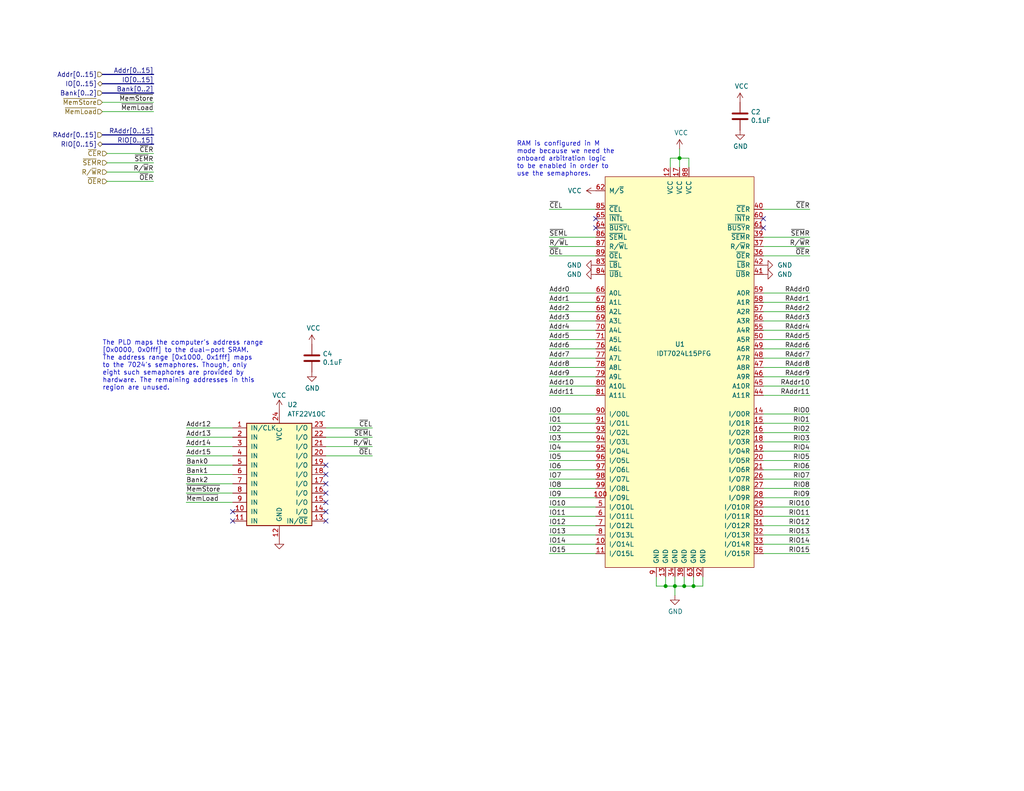
<source format=kicad_sch>
(kicad_sch (version 20230121) (generator eeschema)
  (paper "USLetter")
  (title_block (title "Shared Memory") (date "2023-11-27") (comment 4 "RAM shared between the processor and the Arduino."))
  (lib_symbols
    (symbol "Device:C" (pin_numbers hide) (pin_names (offset 0.254))
      (property "Reference" "C" (at 0.635 2.54 0))
      (property "Value" "C" (at 0.635 -2.54 0))
      (symbol "C_0_1"
        (polyline (pts (xy -2.032 -0.762) (xy 2.032 -0.762)) (stroke (width 0.508)))
        (polyline (pts (xy -2.032 0.762) (xy 2.032 0.762)) (stroke (width 0.508)))
      )
      (symbol "C_1_1"
        (pin passive line (at 0 3.81 270) (length 2.794) (name "~") (number "1"))
        (pin passive line (at 0 -3.81 90) (length 2.794) (name "~") (number "2"))
      )
    )
    (symbol "Turtle16:ATF22V10C" (pin_names (offset 1.016))
      (symbol "ATF22V10C_1_1"
        (rectangle (start -8.89 -15.24) (end 8.89 12.7) (stroke (width 0.254)) (fill (type background)))
        (pin input line (at -12.7 11.43 0) (length 3.81) (name "IN/CLK") (number "1"))
        (pin input line (at -12.7 -11.43 0) (length 3.81) (name "IN") (number "10"))
        (pin input line (at -12.7 -13.97 0) (length 3.81) (name "IN") (number "11"))
        (pin power_in line (at 0 -19.05 90) (length 3.81) (name "GND") (number "12"))
        (pin input line (at 12.7 -13.97 180) (length 3.81) (name "IN/~{OE}") (number "13"))
        (pin passive line (at 12.7 -11.43 180) (length 3.81) (name "I/O") (number "14"))
        (pin passive line (at 12.7 -8.89 180) (length 3.81) (name "I/O") (number "15"))
        (pin passive line (at 12.7 -6.35 180) (length 3.81) (name "I/O") (number "16"))
        (pin passive line (at 12.7 -3.81 180) (length 3.81) (name "I/O") (number "17"))
        (pin passive line (at 12.7 -1.27 180) (length 3.81) (name "I/O") (number "18"))
        (pin passive line (at 12.7 1.27 180) (length 3.81) (name "I/O") (number "19"))
        (pin input line (at -12.7 8.89 0) (length 3.81) (name "IN") (number "2"))
        (pin passive line (at 12.7 3.81 180) (length 3.81) (name "I/O") (number "20"))
        (pin passive line (at 12.7 6.35 180) (length 3.81) (name "I/O") (number "21"))
        (pin passive line (at 12.7 8.89 180) (length 3.81) (name "I/O") (number "22"))
        (pin passive line (at 12.7 11.43 180) (length 3.81) (name "I/O") (number "23"))
        (pin power_in line (at 0 16.51 270) (length 3.81) (name "VCC") (number "24"))
        (pin input line (at -12.7 6.35 0) (length 3.81) (name "IN") (number "3"))
        (pin input line (at -12.7 3.81 0) (length 3.81) (name "IN") (number "4"))
        (pin input line (at -12.7 1.27 0) (length 3.81) (name "IN") (number "5"))
        (pin input line (at -12.7 -1.27 0) (length 3.81) (name "IN") (number "6"))
        (pin input line (at -12.7 -3.81 0) (length 3.81) (name "IN") (number "7"))
        (pin input line (at -12.7 -6.35 0) (length 3.81) (name "IN") (number "8"))
        (pin input line (at -12.7 -8.89 0) (length 3.81) (name "IN") (number "9"))
      )
    )
    (symbol "Turtle16:IDT7024L15PFG" (pin_names (offset 1.016))
      (symbol "IDT7024L15PFG_0_0"
        (pin power_in line (at 1.27 -60.96 90) (length 2.54) (name "GND") (number "38"))
        (pin input line (at 22.86 31.75 180) (length 2.54) (name "~{SEM}R") (number "39"))
        (pin input line (at 22.86 39.37 180) (length 2.54) (name "~{CE}R") (number "40"))
      )
      (symbol "IDT7024L15PFG_0_1"
        (rectangle (start -20.32 48.26) (end 20.32 -58.42) (fill (type background)))
      )
      (symbol "IDT7024L15PFG_1_1"
        (pin no_connect line (at -2.54 -49.53 180) (length 2.54) hide (name "~") (number "1"))
        (pin tri_state line (at -22.86 -52.07 0) (length 2.54) (name "I/O14L") (number "10"))
        (pin tri_state line (at -22.86 -39.37 0) (length 2.54) (name "I/O9L") (number "100"))
        (pin tri_state line (at -22.86 -54.61 0) (length 2.54) (name "I/O15L") (number "11"))
        (pin power_in line (at -2.54 50.8 270) (length 2.54) (name "VCC") (number "12"))
        (pin power_in line (at -3.81 -60.96 90) (length 2.54) (name "GND") (number "13"))
        (pin tri_state line (at 22.86 -16.51 180) (length 2.54) (name "I/O0R") (number "14"))
        (pin tri_state line (at 22.86 -19.05 180) (length 2.54) (name "I/O1R") (number "15"))
        (pin tri_state line (at 22.86 -21.59 180) (length 2.54) (name "I/O2R") (number "16"))
        (pin power_in line (at 0 50.8 270) (length 2.54) (name "VCC") (number "17"))
        (pin tri_state line (at 22.86 -24.13 180) (length 2.54) (name "I/O3R") (number "18"))
        (pin tri_state line (at 22.86 -26.67 180) (length 2.54) (name "I/O4R") (number "19"))
        (pin no_connect line (at -2.54 -46.99 180) (length 2.54) hide (name "~") (number "2"))
        (pin tri_state line (at 22.86 -29.21 180) (length 2.54) (name "I/O5R") (number "20"))
        (pin tri_state line (at 22.86 -31.75 180) (length 2.54) (name "I/O6R") (number "21"))
        (pin no_connect line (at -2.54 -39.37 180) (length 2.54) hide (name "~") (number "22"))
        (pin no_connect line (at -2.54 -36.83 180) (length 2.54) hide (name "~") (number "23"))
        (pin no_connect line (at -2.54 -34.29 180) (length 2.54) hide (name "~") (number "24"))
        (pin no_connect line (at -2.54 -31.75 180) (length 2.54) hide (name "~") (number "25"))
        (pin tri_state line (at 22.86 -34.29 180) (length 2.54) (name "I/O7R") (number "26"))
        (pin tri_state line (at 22.86 -36.83 180) (length 2.54) (name "I/O8R") (number "27"))
        (pin tri_state line (at 22.86 -39.37 180) (length 2.54) (name "I/O9R") (number "28"))
        (pin tri_state line (at 22.86 -41.91 180) (length 2.54) (name "I/O10R") (number "29"))
        (pin no_connect line (at -2.54 -44.45 180) (length 2.54) hide (name "~") (number "3"))
        (pin tri_state line (at 22.86 -44.45 180) (length 2.54) (name "I/O11R") (number "30"))
        (pin tri_state line (at 22.86 -46.99 180) (length 2.54) (name "I/O12R") (number "31"))
        (pin tri_state line (at 22.86 -49.53 180) (length 2.54) (name "I/O13R") (number "32"))
        (pin tri_state line (at 22.86 -52.07 180) (length 2.54) (name "I/O14R") (number "33"))
        (pin power_in line (at -1.27 -60.96 90) (length 2.54) (name "GND") (number "34"))
        (pin tri_state line (at 22.86 -54.61 180) (length 2.54) (name "I/O15R") (number "35"))
        (pin input line (at 22.86 26.67 180) (length 2.54) (name "~{OE}R") (number "36"))
        (pin input line (at 22.86 29.21 180) (length 2.54) (name "R/~{W}R") (number "37"))
        (pin no_connect line (at -2.54 -41.91 180) (length 2.54) hide (name "~") (number "4"))
        (pin input line (at 22.86 21.59 180) (length 2.54) (name "~{UB}R") (number "41"))
        (pin input line (at 22.86 24.13 180) (length 2.54) (name "~{LB}R") (number "42"))
        (pin no_connect line (at -2.54 -29.21 180) (length 2.54) hide (name "~") (number "43"))
        (pin input line (at 22.86 -11.43 180) (length 2.54) (name "A11R") (number "44"))
        (pin input line (at 22.86 -8.89 180) (length 2.54) (name "A10R") (number "45"))
        (pin input line (at 22.86 -6.35 180) (length 2.54) (name "A9R") (number "46"))
        (pin input line (at 22.86 -3.81 180) (length 2.54) (name "A8R") (number "47"))
        (pin input line (at 22.86 -1.27 180) (length 2.54) (name "A7R") (number "48"))
        (pin input line (at 22.86 1.27 180) (length 2.54) (name "A6R") (number "49"))
        (pin tri_state line (at -22.86 -41.91 0) (length 2.54) (name "I/O10L") (number "5"))
        (pin input line (at 22.86 3.81 180) (length 2.54) (name "A5R") (number "50"))
        (pin no_connect line (at -2.54 -26.67 180) (length 2.54) hide (name "~") (number "51"))
        (pin no_connect line (at -2.54 -24.13 180) (length 2.54) hide (name "~") (number "52"))
        (pin no_connect line (at -2.54 -21.59 180) (length 2.54) hide (name "~") (number "53"))
        (pin no_connect line (at -2.54 -19.05 180) (length 2.54) hide (name "~") (number "54"))
        (pin input line (at 22.86 6.35 180) (length 2.54) (name "A4R") (number "55"))
        (pin input line (at 22.86 8.89 180) (length 2.54) (name "A3R") (number "56"))
        (pin input line (at 22.86 11.43 180) (length 2.54) (name "A2R") (number "57"))
        (pin input line (at 22.86 13.97 180) (length 2.54) (name "A1R") (number "58"))
        (pin input line (at 22.86 16.51 180) (length 2.54) (name "A0R") (number "59"))
        (pin tri_state line (at -22.86 -44.45 0) (length 2.54) (name "I/O11L") (number "6"))
        (pin output line (at 22.86 36.83 180) (length 2.54) (name "~{INT}R") (number "60"))
        (pin input line (at 22.86 34.29 180) (length 2.54) (name "~{BUSY}R") (number "61"))
        (pin input line (at -22.86 44.45 0) (length 2.54) (name "M/~{S}") (number "62"))
        (pin power_in line (at 3.81 -60.96 90) (length 2.54) (name "GND") (number "63"))
        (pin input line (at -22.86 34.29 0) (length 2.54) (name "~{BUSY}L") (number "64"))
        (pin output line (at -22.86 36.83 0) (length 2.54) (name "~{INT}L") (number "65"))
        (pin input line (at -22.86 16.51 0) (length 2.54) (name "A0L") (number "66"))
        (pin input line (at -22.86 13.97 0) (length 2.54) (name "A1L") (number "67"))
        (pin input line (at -22.86 11.43 0) (length 2.54) (name "A2L") (number "68"))
        (pin input line (at -22.86 8.89 0) (length 2.54) (name "A3L") (number "69"))
        (pin tri_state line (at -22.86 -46.99 0) (length 2.54) (name "I/O12L") (number "7"))
        (pin input line (at -22.86 6.35 0) (length 2.54) (name "A4L") (number "70"))
        (pin input line (at -22.86 3.81 0) (length 2.54) (name "A5L") (number "71"))
        (pin no_connect line (at -2.54 -16.51 180) (length 2.54) hide (name "~") (number "72"))
        (pin no_connect line (at -2.54 -13.97 180) (length 2.54) hide (name "~") (number "73"))
        (pin no_connect line (at -2.54 -11.43 180) (length 2.54) hide (name "~") (number "74"))
        (pin no_connect line (at -2.54 -8.89 180) (length 2.54) hide (name "~") (number "75"))
        (pin input line (at -22.86 1.27 0) (length 2.54) (name "A6L") (number "76"))
        (pin input line (at -22.86 -1.27 0) (length 2.54) (name "A7L") (number "77"))
        (pin input line (at -22.86 -3.81 0) (length 2.54) (name "A8L") (number "78"))
        (pin input line (at -22.86 -6.35 0) (length 2.54) (name "A9L") (number "79"))
        (pin tri_state line (at -22.86 -49.53 0) (length 2.54) (name "I/O13L") (number "8"))
        (pin input line (at -22.86 -8.89 0) (length 2.54) (name "A10L") (number "80"))
        (pin input line (at -22.86 -11.43 0) (length 2.54) (name "A11L") (number "81"))
        (pin no_connect line (at -2.54 -6.35 180) (length 2.54) hide (name "~") (number "82"))
        (pin input line (at -22.86 24.13 0) (length 2.54) (name "~{LB}L") (number "83"))
        (pin input line (at -22.86 21.59 0) (length 2.54) (name "~{UB}L") (number "84"))
        (pin input line (at -22.86 39.37 0) (length 2.54) (name "~{CE}L") (number "85"))
        (pin input line (at -22.86 31.75 0) (length 2.54) (name "~{SEM}L") (number "86"))
        (pin input line (at -22.86 29.21 0) (length 2.54) (name "R/~{W}L") (number "87"))
        (pin power_in line (at 2.54 50.8 270) (length 2.54) (name "VCC") (number "88"))
        (pin input line (at -22.86 26.67 0) (length 2.54) (name "~{OE}L") (number "89"))
        (pin power_in line (at -6.35 -60.96 90) (length 2.54) (name "GND") (number "9"))
        (pin tri_state line (at -22.86 -16.51 0) (length 2.54) (name "I/O0L") (number "90"))
        (pin tri_state line (at -22.86 -19.05 0) (length 2.54) (name "I/O1L") (number "91"))
        (pin power_in line (at 6.35 -60.96 90) (length 2.54) (name "GND") (number "92"))
        (pin tri_state line (at -22.86 -21.59 0) (length 2.54) (name "I/O2L") (number "93"))
        (pin tri_state line (at -22.86 -24.13 0) (length 2.54) (name "I/O3L") (number "94"))
        (pin tri_state line (at -22.86 -26.67 0) (length 2.54) (name "I/O4L") (number "95"))
        (pin tri_state line (at -22.86 -29.21 0) (length 2.54) (name "I/O5L") (number "96"))
        (pin tri_state line (at -22.86 -31.75 0) (length 2.54) (name "I/O6L") (number "97"))
        (pin tri_state line (at -22.86 -34.29 0) (length 2.54) (name "I/O7L") (number "98"))
        (pin tri_state line (at -22.86 -36.83 0) (length 2.54) (name "I/O8L") (number "99"))
      )
    )
    (symbol "power:GND" (power) (pin_names (offset 0))
      (property "Value" "GND" (at 0 -3.81 0))
      (symbol "GND_0_1"
        (polyline (pts (xy 0 0) (xy 0 -1.27) (xy 1.27 -1.27) (xy 0 -2.54) (xy -1.27 -1.27) (xy 0 -1.27)))
      )
      (symbol "GND_1_1"
        (pin power_in line (at 0 0 270) (length 0) hide (name "GND") (number "1"))
      )
    )
    (symbol "power:VCC" (power) (pin_names (offset 0))
      (property "Value" "VCC" (at 0 3.81 0))
      (symbol "VCC_0_1"
        (polyline (pts (xy -0.762 1.27) (xy 0 2.54)))
        (polyline (pts (xy 0 0) (xy 0 2.54)))
        (polyline (pts (xy 0 2.54) (xy 0.762 1.27)))
      )
      (symbol "VCC_1_1"
        (pin power_in line (at 0 0 90) (length 0) hide (name "VCC") (number "1"))
      )
    )
  )
  (junction (at 186.69 160.02))
  (junction (at 184.15 160.02))
  (junction (at 189.23 160.02))
  (junction (at 185.42 43.18))
  (junction (at 181.61 160.02))
  (no_connect (at 208.28 62.23))
  (no_connect (at 88.9 137.16))
  (no_connect (at 162.56 62.23))
  (no_connect (at 88.9 134.62))
  (no_connect (at 63.5 139.7))
  (no_connect (at 88.9 139.7))
  (no_connect (at 208.28 59.69))
  (no_connect (at 88.9 127))
  (no_connect (at 63.5 142.24))
  (no_connect (at 88.9 132.08))
  (no_connect (at 162.56 59.69))
  (no_connect (at 88.9 129.54))
  (no_connect (at 88.9 142.24))
  (wire (pts (xy 185.42 40.64) (xy 185.42 43.18)))
  (wire (pts (xy 41.91 46.99) (xy 29.21 46.99)))
  (wire (pts (xy 149.86 130.81) (xy 162.56 130.81)))
  (wire (pts (xy 220.98 140.97) (xy 208.28 140.97)))
  (bus (pts (xy 41.91 20.32) (xy 27.94 20.32)))
  (wire (pts (xy 149.86 85.09) (xy 162.56 85.09)))
  (wire (pts (xy 220.98 102.87) (xy 208.28 102.87)))
  (wire (pts (xy 50.8 127) (xy 63.5 127)))
  (wire (pts (xy 220.98 105.41) (xy 208.28 105.41)))
  (wire (pts (xy 220.98 95.25) (xy 208.28 95.25)))
  (wire (pts (xy 187.96 43.18) (xy 187.96 45.72)))
  (wire (pts (xy 41.91 44.45) (xy 29.21 44.45)))
  (wire (pts (xy 149.86 146.05) (xy 162.56 146.05)))
  (wire (pts (xy 41.91 30.48) (xy 27.94 30.48)))
  (wire (pts (xy 220.98 148.59) (xy 208.28 148.59)))
  (wire (pts (xy 191.77 157.48) (xy 191.77 160.02)))
  (wire (pts (xy 220.98 151.13) (xy 208.28 151.13)))
  (wire (pts (xy 149.86 82.55) (xy 162.56 82.55)))
  (wire (pts (xy 189.23 160.02) (xy 191.77 160.02)))
  (wire (pts (xy 50.8 134.62) (xy 63.5 134.62)))
  (wire (pts (xy 220.98 100.33) (xy 208.28 100.33)))
  (wire (pts (xy 220.98 113.03) (xy 208.28 113.03)))
  (wire (pts (xy 149.86 148.59) (xy 162.56 148.59)))
  (wire (pts (xy 220.98 143.51) (xy 208.28 143.51)))
  (wire (pts (xy 184.15 160.02) (xy 186.69 160.02)))
  (wire (pts (xy 50.8 116.84) (xy 63.5 116.84)))
  (wire (pts (xy 41.91 27.94) (xy 27.94 27.94)))
  (wire (pts (xy 149.86 69.85) (xy 162.56 69.85)))
  (wire (pts (xy 220.98 82.55) (xy 208.28 82.55)))
  (wire (pts (xy 149.86 100.33) (xy 162.56 100.33)))
  (wire (pts (xy 149.86 135.89) (xy 162.56 135.89)))
  (wire (pts (xy 149.86 67.31) (xy 162.56 67.31)))
  (wire (pts (xy 149.86 105.41) (xy 162.56 105.41)))
  (wire (pts (xy 50.8 132.08) (xy 63.5 132.08)))
  (wire (pts (xy 220.98 123.19) (xy 208.28 123.19)))
  (wire (pts (xy 101.6 124.46) (xy 88.9 124.46)))
  (bus (pts (xy 41.91 22.86) (xy 27.94 22.86)))
  (wire (pts (xy 220.98 57.15) (xy 208.28 57.15)))
  (wire (pts (xy 101.6 121.92) (xy 88.9 121.92)))
  (wire (pts (xy 186.69 157.48) (xy 186.69 160.02)))
  (wire (pts (xy 220.98 133.35) (xy 208.28 133.35)))
  (wire (pts (xy 149.86 92.71) (xy 162.56 92.71)))
  (wire (pts (xy 149.86 118.11) (xy 162.56 118.11)))
  (bus (pts (xy 41.91 36.83) (xy 27.94 36.83)))
  (wire (pts (xy 41.91 49.53) (xy 29.21 49.53)))
  (wire (pts (xy 182.88 43.18) (xy 185.42 43.18)))
  (wire (pts (xy 149.86 80.01) (xy 162.56 80.01)))
  (wire (pts (xy 179.07 160.02) (xy 181.61 160.02)))
  (wire (pts (xy 185.42 43.18) (xy 185.42 45.72)))
  (wire (pts (xy 149.86 128.27) (xy 162.56 128.27)))
  (wire (pts (xy 220.98 138.43) (xy 208.28 138.43)))
  (wire (pts (xy 220.98 125.73) (xy 208.28 125.73)))
  (wire (pts (xy 50.8 124.46) (xy 63.5 124.46)))
  (wire (pts (xy 149.86 102.87) (xy 162.56 102.87)))
  (wire (pts (xy 101.6 116.84) (xy 88.9 116.84)))
  (wire (pts (xy 50.8 119.38) (xy 63.5 119.38)))
  (wire (pts (xy 220.98 80.01) (xy 208.28 80.01)))
  (wire (pts (xy 149.86 140.97) (xy 162.56 140.97)))
  (wire (pts (xy 186.69 160.02) (xy 189.23 160.02)))
  (wire (pts (xy 220.98 135.89) (xy 208.28 135.89)))
  (wire (pts (xy 220.98 107.95) (xy 208.28 107.95)))
  (wire (pts (xy 220.98 90.17) (xy 208.28 90.17)))
  (wire (pts (xy 220.98 97.79) (xy 208.28 97.79)))
  (wire (pts (xy 149.86 133.35) (xy 162.56 133.35)))
  (wire (pts (xy 220.98 92.71) (xy 208.28 92.71)))
  (wire (pts (xy 182.88 45.72) (xy 182.88 43.18)))
  (wire (pts (xy 149.86 125.73) (xy 162.56 125.73)))
  (wire (pts (xy 220.98 130.81) (xy 208.28 130.81)))
  (wire (pts (xy 50.8 137.16) (xy 63.5 137.16)))
  (wire (pts (xy 220.98 120.65) (xy 208.28 120.65)))
  (wire (pts (xy 149.86 151.13) (xy 162.56 151.13)))
  (wire (pts (xy 220.98 128.27) (xy 208.28 128.27)))
  (wire (pts (xy 185.42 43.18) (xy 187.96 43.18)))
  (wire (pts (xy 181.61 160.02) (xy 184.15 160.02)))
  (wire (pts (xy 41.91 41.91) (xy 29.21 41.91)))
  (wire (pts (xy 149.86 57.15) (xy 162.56 57.15)))
  (wire (pts (xy 149.86 138.43) (xy 162.56 138.43)))
  (wire (pts (xy 184.15 157.48) (xy 184.15 160.02)))
  (wire (pts (xy 149.86 120.65) (xy 162.56 120.65)))
  (wire (pts (xy 149.86 113.03) (xy 162.56 113.03)))
  (wire (pts (xy 220.98 64.77) (xy 208.28 64.77)))
  (wire (pts (xy 220.98 87.63) (xy 208.28 87.63)))
  (wire (pts (xy 101.6 119.38) (xy 88.9 119.38)))
  (wire (pts (xy 220.98 146.05) (xy 208.28 146.05)))
  (wire (pts (xy 181.61 157.48) (xy 181.61 160.02)))
  (wire (pts (xy 50.8 129.54) (xy 63.5 129.54)))
  (wire (pts (xy 149.86 87.63) (xy 162.56 87.63)))
  (wire (pts (xy 149.86 90.17) (xy 162.56 90.17)))
  (wire (pts (xy 149.86 123.19) (xy 162.56 123.19)))
  (wire (pts (xy 149.86 95.25) (xy 162.56 95.25)))
  (wire (pts (xy 220.98 69.85) (xy 208.28 69.85)))
  (wire (pts (xy 189.23 157.48) (xy 189.23 160.02)))
  (wire (pts (xy 149.86 64.77) (xy 162.56 64.77)))
  (wire (pts (xy 179.07 157.48) (xy 179.07 160.02)))
  (wire (pts (xy 220.98 118.11) (xy 208.28 118.11)))
  (wire (pts (xy 184.15 160.02) (xy 184.15 162.56)))
  (wire (pts (xy 149.86 97.79) (xy 162.56 97.79)))
  (bus (pts (xy 41.91 39.37) (xy 27.94 39.37)))
  (wire (pts (xy 50.8 121.92) (xy 63.5 121.92)))
  (wire (pts (xy 149.86 107.95) (xy 162.56 107.95)))
  (wire (pts (xy 220.98 67.31) (xy 208.28 67.31)))
  (wire (pts (xy 220.98 85.09) (xy 208.28 85.09)))
  (wire (pts (xy 149.86 143.51) (xy 162.56 143.51)))
  (wire (pts (xy 220.98 115.57) (xy 208.28 115.57)))
  (bus (pts (xy 41.91 25.4) (xy 27.94 25.4)))
  (wire (pts (xy 149.86 115.57) (xy 162.56 115.57)))
  (text "The PLD maps the computer's address range\n[0x0000, 0x0fff] to the dual-port SRAM.\nThe address range [0x1000, 0x1fff] maps\nto the 7024's semaphores. Though, only\neight such semaphores are provided by\nhardware. The remaining addresses in this\nregion are unused." (at 27.94 106.68 0) (effects (font (size 1.27 1.27)) (justify left bottom)))
  (text "RAM is configured in M\nmode because we need the\nonboard arbitration logic\nto be enabled in order to\nuse the semaphores." (at 140.97 48.26 0) (effects (font (size 1.27 1.27)) (justify left bottom)))
  (label "RAddr3" (at 220.98 87.63 180))
  (label "Addr15" (at 50.8 124.46 0))
  (label "~{SEM}R" (at 41.91 44.45 180))
  (label "~{CE}R" (at 220.98 57.15 180))
  (label "IO[0..15]" (at 41.91 22.86 180))
  (label "IO0" (at 149.86 113.03 0))
  (label "R{slash}~{W}L" (at 101.6 121.92 180))
  (label "~{SEM}L" (at 101.6 119.38 180))
  (label "IO15" (at 149.86 151.13 0))
  (label "IO7" (at 149.86 130.81 0))
  (label "RIO11" (at 220.98 140.97 180))
  (label "RIO9" (at 220.98 135.89 180))
  (label "Addr2" (at 149.86 85.09 0))
  (label "Addr10" (at 149.86 105.41 0))
  (label "RAddr11" (at 220.98 107.95 180))
  (label "~{MemLoad}" (at 41.91 30.48 180))
  (label "IO8" (at 149.86 133.35 0))
  (label "Bank1" (at 50.8 129.54 0))
  (label "IO11" (at 149.86 140.97 0))
  (label "Addr6" (at 149.86 95.25 0))
  (label "RIO10" (at 220.98 138.43 180))
  (label "RIO5" (at 220.98 125.73 180))
  (label "RAddr8" (at 220.98 100.33 180))
  (label "RAddr0" (at 220.98 80.01 180))
  (label "IO2" (at 149.86 118.11 0))
  (label "~{SEM}R" (at 220.98 64.77 180))
  (label "RIO14" (at 220.98 148.59 180))
  (label "Addr[0..15]" (at 41.91 20.32 180))
  (label "IO9" (at 149.86 135.89 0))
  (label "Addr8" (at 149.86 100.33 0))
  (label "IO4" (at 149.86 123.19 0))
  (label "~{MemLoad}" (at 50.8 137.16 0))
  (label "RIO1" (at 220.98 115.57 180))
  (label "Addr11" (at 149.86 107.95 0))
  (label "Addr14" (at 50.8 121.92 0))
  (label "RIO[0..15]" (at 41.91 39.37 180))
  (label "RAddr7" (at 220.98 97.79 180))
  (label "RIO7" (at 220.98 130.81 180))
  (label "RIO3" (at 220.98 120.65 180))
  (label "IO3" (at 149.86 120.65 0))
  (label "~{MemStore}" (at 41.91 27.94 180))
  (label "Bank0" (at 50.8 127 0))
  (label "RIO4" (at 220.98 123.19 180))
  (label "RAddr1" (at 220.98 82.55 180))
  (label "Addr13" (at 50.8 119.38 0))
  (label "IO10" (at 149.86 138.43 0))
  (label "~{MemStore}" (at 50.8 134.62 0))
  (label "~{OE}R" (at 41.91 49.53 180))
  (label "Addr9" (at 149.86 102.87 0))
  (label "RAddr[0..15]" (at 41.91 36.83 180))
  (label "IO1" (at 149.86 115.57 0))
  (label "~{SEM}L" (at 149.86 64.77 0))
  (label "IO5" (at 149.86 125.73 0))
  (label "RAddr9" (at 220.98 102.87 180))
  (label "R{slash}~{W}R" (at 220.98 67.31 180))
  (label "RAddr4" (at 220.98 90.17 180))
  (label "IO12" (at 149.86 143.51 0))
  (label "Bank2" (at 50.8 132.08 0))
  (label "~{OE}L" (at 101.6 124.46 180))
  (label "~{CE}L" (at 101.6 116.84 180))
  (label "R{slash}~{W}R" (at 41.91 46.99 180))
  (label "Addr1" (at 149.86 82.55 0))
  (label "Addr7" (at 149.86 97.79 0))
  (label "~{OE}R" (at 220.98 69.85 180))
  (label "Addr4" (at 149.86 90.17 0))
  (label "RIO13" (at 220.98 146.05 180))
  (label "RIO6" (at 220.98 128.27 180))
  (label "IO14" (at 149.86 148.59 0))
  (label "RAddr6" (at 220.98 95.25 180))
  (label "RIO15" (at 220.98 151.13 180))
  (label "~{CE}R" (at 41.91 41.91 180))
  (label "IO13" (at 149.86 146.05 0))
  (label "RAddr5" (at 220.98 92.71 180))
  (label "RAddr10" (at 220.98 105.41 180))
  (label "RIO0" (at 220.98 113.03 180))
  (label "~{CE}L" (at 149.86 57.15 0))
  (label "RAddr2" (at 220.98 85.09 180))
  (label "RIO12" (at 220.98 143.51 180))
  (label "R{slash}~{W}L" (at 149.86 67.31 0))
  (label "~{OE}L" (at 149.86 69.85 0))
  (label "Bank[0..2]" (at 41.91 25.4 180))
  (label "Addr3" (at 149.86 87.63 0))
  (label "RIO8" (at 220.98 133.35 180))
  (label "Addr5" (at 149.86 92.71 0))
  (label "Addr12" (at 50.8 116.84 0))
  (label "Addr0" (at 149.86 80.01 0))
  (label "IO6" (at 149.86 128.27 0))
  (label "RIO2" (at 220.98 118.11 180))
  (hierarchical_label "Bank[0..2]" (shape input) (at 27.94 25.4 180))
  (hierarchical_label "Addr[0..15]" (shape input) (at 27.94 20.32 180))
  (hierarchical_label "~{SEM}R" (shape input) (at 29.21 44.45 180))
  (hierarchical_label "RAddr[0..15]" (shape input) (at 27.94 36.83 180))
  (hierarchical_label "IO[0..15]" (shape tri_state) (at 27.94 22.86 180))
  (hierarchical_label "~{MemStore}" (shape input) (at 27.94 27.94 180))
  (hierarchical_label "~{OE}R" (shape input) (at 29.21 49.53 180))
  (hierarchical_label "~{CE}R" (shape input) (at 29.21 41.91 180))
  (hierarchical_label "~{MemLoad}" (shape input) (at 27.94 30.48 180))
  (hierarchical_label "R{slash}~{W}R" (shape input) (at 29.21 46.99 180))
  (hierarchical_label "RIO[0..15]" (shape tri_state) (at 27.94 39.37 180))
  (symbol (lib_id "power:GND") (at 208.28 72.39 90) (mirror x) (unit 1)
    (property "Reference" "#PWR014" (effects hide))
    (property "Value" "GND" (at 212.09 72.39 90) (effects (justify right)))
    (instances (project "MainBoard" (path "" (reference "#PWR014") (unit 1)) (path "" (reference "#PWR0126") (unit 1))))
  )
  (symbol (lib_id "Device:C") (at 201.93 31.75 0) (unit 1)
    (property "Reference" "C2" (at 204.851 30.5816 0) (effects (justify left)))
    (property "Value" "0.1uF" (at 204.851 32.893 0) (effects (justify left)))
    (property "Footprint" "Capacitor_SMD:C_0603_1608Metric" (effects hide))
    (property "Datasheet" "https://www.mouser.com/datasheet/2/396/taiyo_yuden_12132018_mlcc11_hq_e-1510082.pdf" (effects hide))
    (property "Manufacturer" "Taiyo Yuden" (effects hide))
    (property "Manufacturer#" "EMK107B7104KAHT" (effects hide))
    (property "Mouser#" "963-EMK107B7104KAHT" (effects hide))
    (property "Digikey#" "587-6004-1-ND" (effects hide))
    (instances (project "MainBoard" (path "" (reference "C2") (unit 1)) (path "" (reference "C4") (unit 1))) (project "Memory" (path "" (reference "C65") (unit 1))))
  )
  (symbol (lib_id "power:VCC") (at 162.56 52.07 90) (unit 1)
    (property "Reference" "#PWR07" (effects hide))
    (property "Value" "VCC" (at 158.75 52.07 90) (effects (justify left)))
    (instances (project "MainBoard" (path "" (reference "#PWR07") (unit 1)) (path "" (reference "#PWR011") (unit 1))))
  )
  (symbol (lib_id "power:VCC") (at 201.93 27.94 0) (unit 1)
    (property "Reference" "#PWR011" (effects hide))
    (property "Value" "VCC" (at 202.3618 23.5458 0))
    (instances (project "MainBoard" (path "" (reference "#PWR011") (unit 1)) (path "" (reference "#PWR016") (unit 1))) (project "Memory" (path "" (reference "#PWR0381") (unit 1))))
  )
  (symbol (lib_id "power:GND") (at 76.2 147.32 0) (unit 1)
    (property "Reference" "#PWR013" (effects hide))
    (property "Value" "GND" (effects hide))
    (instances (project "MainBoard" (path "" (reference "#PWR013") (unit 1)) (path "" (reference "#PWR08") (unit 1))) (project "Memory" (path "" (reference "#PWR0384") (unit 1))))
  )
  (symbol (lib_id "power:GND") (at 162.56 72.39 270) (unit 1)
    (property "Reference" "#PWR08" (effects hide))
    (property "Value" "GND" (at 158.75 72.39 90) (effects (justify right)))
    (instances (project "MainBoard" (path "" (reference "#PWR08") (unit 1)) (path "" (reference "#PWR012") (unit 1))))
  )
  (symbol (lib_id "power:VCC") (at 85.09 93.98 0) (unit 1)
    (property "Reference" "#PWR011" (effects hide))
    (property "Value" "VCC" (at 85.5218 89.5858 0))
    (instances (project "MainBoard" (path "" (reference "#PWR011") (unit 1)) (path "" (reference "#PWR09") (unit 1))) (project "Memory" (path "" (reference "#PWR0381") (unit 1))))
  )
  (symbol (lib_id "power:VCC") (at 76.2 111.76 0) (unit 1)
    (property "Reference" "#PWR012" (effects hide))
    (property "Value" "VCC" (at 76.2 107.95 0))
    (instances (project "MainBoard" (path "" (reference "#PWR012") (unit 1)) (path "" (reference "#PWR07") (unit 1))) (project "Memory" (path "" (reference "#PWR0383") (unit 1))))
  )
  (symbol (lib_id "power:GND") (at 162.56 74.93 270) (unit 1)
    (property "Reference" "#PWR09" (effects hide))
    (property "Value" "GND" (at 158.75 74.93 90) (effects (justify right)))
    (instances (project "MainBoard" (path "" (reference "#PWR09") (unit 1)) (path "" (reference "#PWR013") (unit 1))))
  )
  (symbol (lib_id "power:GND") (at 208.28 74.93 90) (mirror x) (unit 1)
    (property "Reference" "#PWR015" (effects hide))
    (property "Value" "GND" (at 212.09 74.93 90) (effects (justify right)))
    (instances (project "MainBoard" (path "" (reference "#PWR015") (unit 1)) (path "" (reference "#PWR0127") (unit 1))))
  )
  (symbol (lib_id "Turtle16:ATF22V10C") (at 76.2 128.27 0) (unit 1)
    (property "Reference" "U2" (at 78.3941 110.49 0) (effects (justify left)))
    (property "Value" "ATF22V10C" (at 78.3941 113.03 0) (effects (justify left)))
    (property "Footprint" "Package_DIP:DIP-24_W7.62mm_Socket" (effects hide))
    (property "Datasheet" "https://www.mouser.com/datasheet/2/268/doc0735-1369018.pdf" (effects hide))
    (property "Manufacturer" "Microchip Technology" (effects hide))
    (property "Manufacturer#" "ATF22V10C-7PX" (effects hide))
    (property "Mouser#" "556-AF22V10C7PX" (effects hide))
    (property "Digikey#" "ATF22V10C-7PX-ND" (effects hide))
    (instances (project "MainBoard" (path "" (reference "U2") (unit 1)) (path "" (reference "U1") (unit 1))) (project "Memory" (path "" (reference "U61") (unit 1))))
  )
  (symbol (lib_id "power:GND") (at 201.93 35.56 0) (unit 1)
    (property "Reference" "#PWR010" (effects hide))
    (property "Value" "GND" (at 202.057 39.9542 0))
    (instances (project "MainBoard" (path "" (reference "#PWR010") (unit 1)) (path "" (reference "#PWR017") (unit 1))) (project "Memory" (path "" (reference "#PWR0382") (unit 1))))
  )
  (symbol (lib_id "power:GND") (at 85.09 101.6 0) (unit 1)
    (property "Reference" "#PWR010" (effects hide))
    (property "Value" "GND" (at 85.217 105.9942 0))
    (instances (project "MainBoard" (path "" (reference "#PWR010") (unit 1)) (path "" (reference "#PWR010") (unit 1))) (project "Memory" (path "" (reference "#PWR0382") (unit 1))))
  )
  (symbol (lib_id "Device:C") (at 85.09 97.79 0) (unit 1)
    (property "Reference" "C4" (at 88.011 96.6216 0) (effects (justify left)))
    (property "Value" "0.1uF" (at 88.011 98.933 0) (effects (justify left)))
    (property "Footprint" "Capacitor_SMD:C_0603_1608Metric" (effects hide))
    (property "Datasheet" "https://www.mouser.com/datasheet/2/396/taiyo_yuden_12132018_mlcc11_hq_e-1510082.pdf" (effects hide))
    (property "Manufacturer" "Taiyo Yuden" (effects hide))
    (property "Manufacturer#" "EMK107B7104KAHT" (effects hide))
    (property "Mouser#" "963-EMK107B7104KAHT" (effects hide))
    (property "Digikey#" "587-6004-1-ND" (effects hide))
    (instances (project "MainBoard" (path "" (reference "C4") (unit 1)) (path "" (reference "C2") (unit 1))) (project "Memory" (path "" (reference "C65") (unit 1))))
  )
  (symbol (lib_id "Turtle16:IDT7024L15PFG") (at 185.42 96.52 0) (unit 1)
    (property "Reference" "U1" (at 184.15 93.98 0) (effects (justify left)))
    (property "Value" "IDT7024L15PFG" (at 179.07 96.52 0) (effects (justify left)))
    (property "Footprint" "Package_QFP:TQFP-100_14x14mm_P0.5mm" (effects hide))
    (property "Datasheet" "https://www.mouser.com/datasheet/2/698/REN_7024_DST_20200220-2930664.pdf" (effects hide))
    (property "Manufacturer" "Renesas Electronics Corporation" (effects hide))
    (property "Manufacturer#" "7024L15PFG" (effects hide))
    (property "Mouser#" "972-7024L15PFG" (effects hide))
    (property "Digikey#" "800-3611-ND" (effects hide))
    (instances (project "MainBoard" (path "" (reference "U1") (unit 1)) (path "" (reference "U2") (unit 1))))
  )
  (symbol (lib_id "power:VCC") (at 185.42 40.64 0) (unit 1)
    (property "Reference" "#PWR011" (effects hide))
    (property "Value" "VCC" (at 185.8518 36.2458 0))
    (instances (project "MainBoard" (path "" (reference "#PWR011") (unit 1)) (path "" (reference "#PWR015") (unit 1))) (project "Memory" (path "" (reference "#PWR0381") (unit 1))))
  )
  (symbol (lib_id "power:GND") (at 184.15 162.56 0) (unit 1)
    (property "Reference" "#PWR010" (effects hide))
    (property "Value" "GND" (at 184.277 166.9542 0))
    (instances (project "MainBoard" (path "" (reference "#PWR010") (unit 1)) (path "" (reference "#PWR014") (unit 1))) (project "Memory" (path "" (reference "#PWR0382") (unit 1))))
  )
)
</source>
